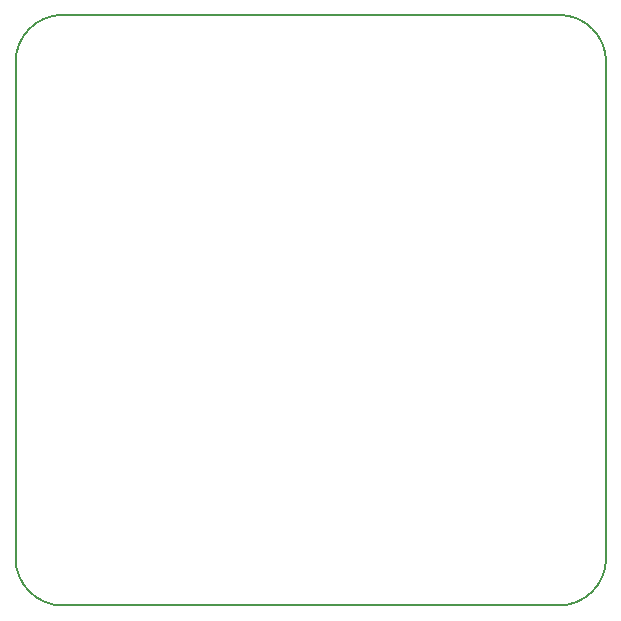
<source format=gbr>
G04 (created by PCBNEW (2012-11-15 BZR 3804)-testing) date Thu 15 Nov 2012 08:52:14 PM CET*
%MOIN*%
G04 Gerber Fmt 3.4, Leading zero omitted, Abs format*
%FSLAX34Y34*%
G01*
G70*
G90*
G04 APERTURE LIST*
%ADD10C,2.3622e-06*%
%ADD11C,0.005*%
G04 APERTURE END LIST*
G54D10*
G54D11*
X25984Y-57087D02*
X42520Y-57087D01*
X24409Y-38976D02*
X24409Y-55512D01*
X42520Y-37402D02*
X25984Y-37402D01*
X44094Y-55512D02*
X44094Y-38976D01*
X24409Y-55512D02*
G75*
G03X25984Y-57087I1575J0D01*
G74*
G01*
X42520Y-57086D02*
G75*
G03X44094Y-55512I0J1574D01*
G74*
G01*
X44094Y-38976D02*
G75*
G03X42520Y-37402I-1574J0D01*
G74*
G01*
X25984Y-37401D02*
G75*
G03X24409Y-38976I0J-1575D01*
G74*
G01*
M02*

</source>
